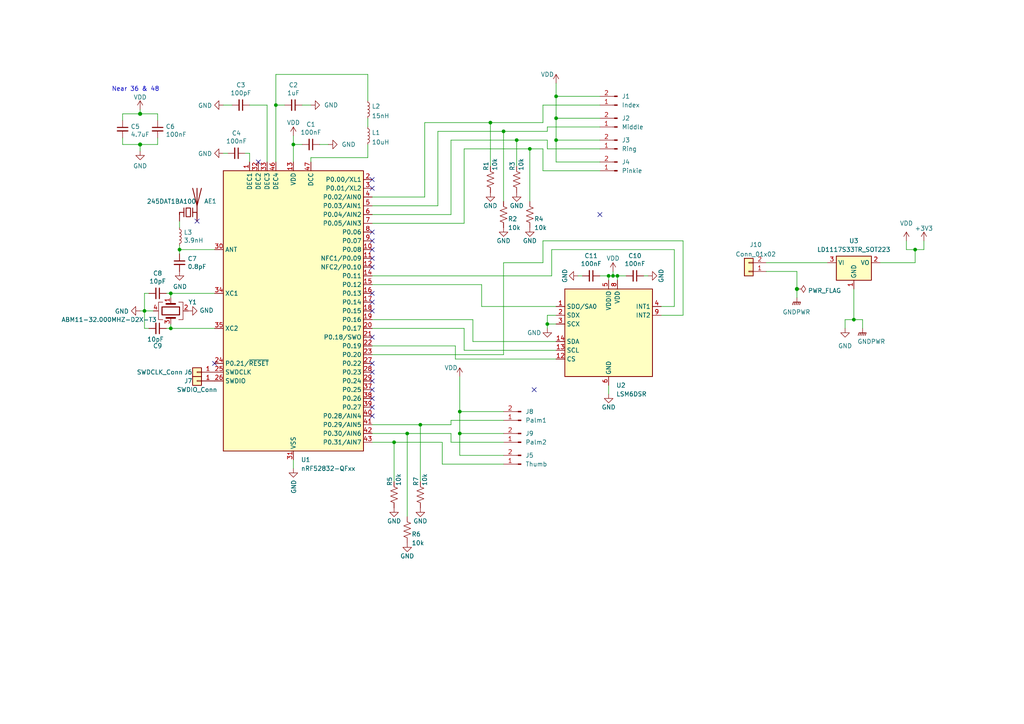
<source format=kicad_sch>
(kicad_sch (version 20230121) (generator eeschema)
  (paper "A4")
  (lib_symbols
    (symbol "Connector:Conn_01x02_Pin" (pin_names (offset 1.016) hide)
      (property "Reference" "J" (at 0 2.54 0))
      (property "Value" "Conn_01x02_Pin" (at 0 -5.08 0))
      (symbol "Conn_01x02_Pin_1_1"
        (polyline (pts (xy 1.27 -2.54) (xy 0.8636 -2.54)) (stroke (width 0.1524)))
        (polyline (pts (xy 1.27 0) (xy 0.8636 0)) (stroke (width 0.1524)))
        (rectangle (start 0.8636 -2.413) (end 0 -2.667) (stroke (width 0.1524)) (fill (type outline)))
        (rectangle (start 0.8636 0.127) (end 0 -0.127) (stroke (width 0.1524)) (fill (type outline)))
        (pin passive line (at 5.08 0 180) (length 3.81) (name "Pin_1") (number "1"))
        (pin passive line (at 5.08 -2.54 180) (length 3.81) (name "Pin_2") (number "2"))
      )
    )
    (symbol "Connector_Generic:Conn_01x01" (pin_names (offset 1.016) hide)
      (property "Reference" "J" (at 0 2.54 0))
      (property "Value" "Conn_01x01" (at 0 -2.54 0))
      (symbol "Conn_01x01_1_1"
        (rectangle (start -1.27 0.127) (end 0 -0.127) (stroke (width 0.1524)))
        (rectangle (start -1.27 1.27) (end 1.27 -1.27) (stroke (width 0.254)) (fill (type background)))
        (pin passive line (at -5.08 0 0) (length 3.81) (name "Pin_1") (number "1"))
      )
    )
    (symbol "Connector_Generic:Conn_01x02" (pin_names (offset 1.016) hide)
      (property "Reference" "J" (at 0 2.54 0))
      (property "Value" "Conn_01x02" (at 0 -5.08 0))
      (symbol "Conn_01x02_1_1"
        (rectangle (start -1.27 -2.413) (end 0 -2.667) (stroke (width 0.1524)))
        (rectangle (start -1.27 0.127) (end 0 -0.127) (stroke (width 0.1524)))
        (rectangle (start -1.27 1.27) (end 1.27 -3.81) (stroke (width 0.254)) (fill (type background)))
        (pin passive line (at -5.08 0 0) (length 3.81) (name "Pin_1") (number "1"))
        (pin passive line (at -5.08 -2.54 0) (length 3.81) (name "Pin_2") (number "2"))
      )
    )
    (symbol "Device:Antenna_Chip" (pin_numbers hide) (pin_names (offset 1.016) hide)
      (property "Reference" "AE" (at 0 5.08 0))
      (property "Value" "Antenna_Chip" (at 0 3.175 0))
      (symbol "Antenna_Chip_0_1"
        (polyline (pts (xy -2.54 0) (xy -2.54 -0.635)) (stroke (width 0.254)))
        (polyline (pts (xy -2.54 0) (xy -1.27 0)) (stroke (width 0.254)))
        (polyline (pts (xy 1.27 0) (xy 2.54 0)) (stroke (width 0.254)))
        (polyline (pts (xy 1.27 1.27) (xy 1.27 -1.27)) (stroke (width 0.254)))
        (polyline (pts (xy 2.54 -0.635) (xy 2.54 0)))
        (polyline (pts (xy 2.54 6.985) (xy 2.54 -1.905)) (stroke (width 0.254)))
        (polyline (pts (xy -1.27 1.27) (xy -1.27 -1.27) (xy -1.27 0)) (stroke (width 0.254)))
        (polyline (pts (xy 3.81 6.985) (xy 2.54 1.905) (xy 1.27 6.985)) (stroke (width 0.254)))
        (polyline (pts (xy -0.635 1.27) (xy 0.635 1.27) (xy 0.635 -1.27) (xy -0.635 -1.27) (xy -0.635 1.27)) (stroke (width 0.254)))
      )
      (symbol "Antenna_Chip_1_1"
        (pin input line (at -2.54 -2.54 90) (length 2.54) (name "FEED") (number "1"))
        (pin passive line (at 2.54 -2.54 90) (length 2.54) (name "PCB_Trace") (number "2"))
      )
    )
    (symbol "Device:C_Small" (pin_numbers hide) (pin_names (offset 0.254) hide)
      (property "Reference" "C" (at 0.254 1.778 0))
      (property "Value" "C_Small" (at 0.254 -2.032 0))
      (symbol "C_Small_0_1"
        (polyline (pts (xy -1.524 -0.508) (xy 1.524 -0.508)) (stroke (width 0.3302)))
        (polyline (pts (xy -1.524 0.508) (xy 1.524 0.508)) (stroke (width 0.3048)))
      )
      (symbol "C_Small_1_1"
        (pin passive line (at 0 2.54 270) (length 2.032) (name "~") (number "1"))
        (pin passive line (at 0 -2.54 90) (length 2.032) (name "~") (number "2"))
      )
    )
    (symbol "Device:Crystal_GND24" (pin_names (offset 1.016) hide)
      (property "Reference" "Y" (at 3.175 5.08 0))
      (property "Value" "Crystal_GND24" (at 3.175 3.175 0))
      (symbol "Crystal_GND24_0_1"
        (rectangle (start -1.143 2.54) (end 1.143 -2.54) (stroke (width 0.3048)))
        (polyline (pts (xy -2.54 0) (xy -2.032 0)))
        (polyline (pts (xy -2.032 -1.27) (xy -2.032 1.27)) (stroke (width 0.508)))
        (polyline (pts (xy 0 -3.81) (xy 0 -3.556)))
        (polyline (pts (xy 0 3.556) (xy 0 3.81)))
        (polyline (pts (xy 2.032 -1.27) (xy 2.032 1.27)) (stroke (width 0.508)))
        (polyline (pts (xy 2.032 0) (xy 2.54 0)))
        (polyline (pts (xy -2.54 -2.286) (xy -2.54 -3.556) (xy 2.54 -3.556) (xy 2.54 -2.286)))
        (polyline (pts (xy -2.54 2.286) (xy -2.54 3.556) (xy 2.54 3.556) (xy 2.54 2.286)))
      )
      (symbol "Crystal_GND24_1_1"
        (pin passive line (at -3.81 0 0) (length 1.27) (name "1") (number "1"))
        (pin passive line (at 0 5.08 270) (length 1.27) (name "2") (number "2"))
        (pin passive line (at 3.81 0 180) (length 1.27) (name "3") (number "3"))
        (pin passive line (at 0 -5.08 90) (length 1.27) (name "4") (number "4"))
      )
    )
    (symbol "Device:L_Small" (pin_numbers hide) (pin_names (offset 0.254) hide)
      (property "Reference" "L" (at 0.762 1.016 0))
      (property "Value" "L_Small" (at 0.762 -1.016 0))
      (symbol "L_Small_0_1"
        (arc (start 0 -2.032) (mid 0.5058 -1.524) (end 0 -1.016))
        (arc (start 0 -1.016) (mid 0.5058 -0.508) (end 0 0))
        (arc (start 0 0) (mid 0.5058 0.508) (end 0 1.016))
        (arc (start 0 1.016) (mid 0.5058 1.524) (end 0 2.032))
      )
      (symbol "L_Small_1_1"
        (pin passive line (at 0 2.54 270) (length 0.508) (name "~") (number "1"))
        (pin passive line (at 0 -2.54 90) (length 0.508) (name "~") (number "2"))
      )
    )
    (symbol "Device:R_US" (pin_numbers hide) (pin_names (offset 0))
      (property "Reference" "R" (at 2.54 0 90))
      (property "Value" "R_US" (at -2.54 0 90))
      (symbol "R_US_0_1"
        (polyline (pts (xy 0 -2.286) (xy 0 -2.54)))
        (polyline (pts (xy 0 2.286) (xy 0 2.54)))
        (polyline (pts (xy 0 -0.762) (xy 1.016 -1.143) (xy 0 -1.524) (xy -1.016 -1.905) (xy 0 -2.286)))
        (polyline (pts (xy 0 0.762) (xy 1.016 0.381) (xy 0 0) (xy -1.016 -0.381) (xy 0 -0.762)))
        (polyline (pts (xy 0 2.286) (xy 1.016 1.905) (xy 0 1.524) (xy -1.016 1.143) (xy 0 0.762)))
      )
      (symbol "R_US_1_1"
        (pin passive line (at 0 3.81 270) (length 1.27) (name "~") (number "1"))
        (pin passive line (at 0 -3.81 90) (length 1.27) (name "~") (number "2"))
      )
    )
    (symbol "MCU_Nordic:nRF52832-QFxx"
      (property "Reference" "U" (at 0 1.27 0))
      (property "Value" "nRF52832-QFxx" (at 0 -1.27 0))
      (symbol "nRF52832-QFxx_0_1"
        (rectangle (start -20.32 40.64) (end 20.32 -40.64) (stroke (width 0.254)) (fill (type background)))
      )
      (symbol "nRF52832-QFxx_1_1"
        (pin passive line (at -12.7 43.18 270) (length 2.54) (name "DEC1") (number "1"))
        (pin bidirectional line (at 22.86 17.78 180) (length 2.54) (name "P0.08") (number "10"))
        (pin bidirectional line (at 22.86 15.24 180) (length 2.54) (name "NFC1/P0.09") (number "11"))
        (pin bidirectional line (at 22.86 12.7 180) (length 2.54) (name "NFC2/P0.10") (number "12"))
        (pin power_in line (at 0 43.18 270) (length 2.54) (name "VDD") (number "13"))
        (pin bidirectional line (at 22.86 10.16 180) (length 2.54) (name "P0.11") (number "14"))
        (pin bidirectional line (at 22.86 7.62 180) (length 2.54) (name "P0.12") (number "15"))
        (pin bidirectional line (at 22.86 5.08 180) (length 2.54) (name "P0.13") (number "16"))
        (pin bidirectional line (at 22.86 2.54 180) (length 2.54) (name "P0.14") (number "17"))
        (pin bidirectional line (at 22.86 0 180) (length 2.54) (name "P0.15") (number "18"))
        (pin bidirectional line (at 22.86 -2.54 180) (length 2.54) (name "P0.16") (number "19"))
        (pin bidirectional line (at 22.86 38.1 180) (length 2.54) (name "P0.00/XL1") (number "2"))
        (pin bidirectional line (at 22.86 -5.08 180) (length 2.54) (name "P0.17") (number "20"))
        (pin bidirectional line (at 22.86 -7.62 180) (length 2.54) (name "P0.18/SWO") (number "21"))
        (pin bidirectional line (at 22.86 -10.16 180) (length 2.54) (name "P0.19") (number "22"))
        (pin bidirectional line (at 22.86 -12.7 180) (length 2.54) (name "P0.20") (number "23"))
        (pin bidirectional line (at -22.86 -15.24 0) (length 2.54) (name "P0.21/~{RESET}") (number "24"))
        (pin input line (at -22.86 -17.78 0) (length 2.54) (name "SWDCLK") (number "25"))
        (pin bidirectional line (at -22.86 -20.32 0) (length 2.54) (name "SWDIO") (number "26"))
        (pin bidirectional line (at 22.86 -15.24 180) (length 2.54) (name "P0.22") (number "27"))
        (pin bidirectional line (at 22.86 -17.78 180) (length 2.54) (name "P0.23") (number "28"))
        (pin bidirectional line (at 22.86 -20.32 180) (length 2.54) (name "P0.24") (number "29"))
        (pin bidirectional line (at 22.86 35.56 180) (length 2.54) (name "P0.01/XL2") (number "3"))
        (pin passive line (at -22.86 17.78 0) (length 2.54) (name "ANT") (number "30"))
        (pin power_in line (at 0 -43.18 90) (length 2.54) (name "VSS") (number "31"))
        (pin passive line (at -10.16 43.18 270) (length 2.54) (name "DEC2") (number "32"))
        (pin passive line (at -7.62 43.18 270) (length 2.54) (name "DEC3") (number "33"))
        (pin input line (at -22.86 5.08 0) (length 2.54) (name "XC1") (number "34"))
        (pin input line (at -22.86 -5.08 0) (length 2.54) (name "XC2") (number "35"))
        (pin passive line (at 0 43.18 270) (length 2.54) hide (name "VDD") (number "36"))
        (pin bidirectional line (at 22.86 -22.86 180) (length 2.54) (name "P0.25") (number "37"))
        (pin bidirectional line (at 22.86 -25.4 180) (length 2.54) (name "P0.26") (number "38"))
        (pin bidirectional line (at 22.86 -27.94 180) (length 2.54) (name "P0.27") (number "39"))
        (pin bidirectional line (at 22.86 33.02 180) (length 2.54) (name "P0.02/AIN0") (number "4"))
        (pin bidirectional line (at 22.86 -30.48 180) (length 2.54) (name "P0.28/AIN4") (number "40"))
        (pin bidirectional line (at 22.86 -33.02 180) (length 2.54) (name "P0.29/AIN5") (number "41"))
        (pin bidirectional line (at 22.86 -35.56 180) (length 2.54) (name "P0.30/AIN6") (number "42"))
        (pin bidirectional line (at 22.86 -38.1 180) (length 2.54) (name "P0.31/AIN7") (number "43"))
        (pin no_connect line (at -20.32 -30.48 0) (length 2.54) hide (name "NC") (number "44"))
        (pin passive line (at 0 -43.18 90) (length 2.54) hide (name "VSS") (number "45"))
        (pin passive line (at -5.08 43.18 270) (length 2.54) (name "DEC4") (number "46"))
        (pin power_out line (at 5.08 43.18 270) (length 2.54) (name "DCC") (number "47"))
        (pin passive line (at 0 43.18 270) (length 2.54) hide (name "VDD") (number "48"))
        (pin passive line (at 0 -43.18 90) (length 2.54) hide (name "VSS") (number "49"))
        (pin bidirectional line (at 22.86 30.48 180) (length 2.54) (name "P0.03/AIN1") (number "5"))
        (pin bidirectional line (at 22.86 27.94 180) (length 2.54) (name "P0.04/AIN2") (number "6"))
        (pin bidirectional line (at 22.86 25.4 180) (length 2.54) (name "P0.05/AIN3") (number "7"))
        (pin bidirectional line (at 22.86 22.86 180) (length 2.54) (name "P0.06") (number "8"))
        (pin bidirectional line (at 22.86 20.32 180) (length 2.54) (name "P0.07") (number "9"))
      )
    )
    (symbol "Regulator_Linear:LD1117S33TR_SOT223"
      (property "Reference" "U" (at -3.81 3.175 0))
      (property "Value" "LD1117S33TR_SOT223" (at 0 3.175 0))
      (symbol "LD1117S33TR_SOT223_0_1"
        (rectangle (start -5.08 -5.08) (end 5.08 1.905) (stroke (width 0.254)) (fill (type background)))
      )
      (symbol "LD1117S33TR_SOT223_1_1"
        (pin power_in line (at 0 -7.62 90) (length 2.54) (name "GND") (number "1"))
        (pin power_out line (at 7.62 0 180) (length 2.54) (name "VO") (number "2"))
        (pin power_in line (at -7.62 0 0) (length 2.54) (name "VI") (number "3"))
      )
    )
    (symbol "Sensor_Motion:LSM6DSL"
      (property "Reference" "U" (at -11.43 15.24 0))
      (property "Value" "LSM6DSL" (at -11.43 12.7 0))
      (symbol "LSM6DSL_0_1"
        (rectangle (start -12.7 12.7) (end 12.7 -12.7) (stroke (width 0.254)) (fill (type background)))
      )
      (symbol "LSM6DSL_1_1"
        (pin bidirectional line (at -15.24 7.62 0) (length 2.54) (name "SDO/SA0") (number "1"))
        (pin no_connect line (at 12.7 -5.08 180) (length 3.81) hide (name "NC") (number "10"))
        (pin no_connect line (at 12.7 -2.54 180) (length 3.81) hide (name "NC") (number "11"))
        (pin input line (at -15.24 -7.62 0) (length 2.54) (name "CS") (number "12"))
        (pin input line (at -15.24 -5.08 0) (length 2.54) (name "SCL") (number "13"))
        (pin bidirectional line (at -15.24 -2.54 0) (length 2.54) (name "SDA") (number "14"))
        (pin bidirectional line (at -15.24 5.08 0) (length 2.54) (name "SDX") (number "2"))
        (pin input line (at -15.24 2.54 0) (length 2.54) (name "SCX") (number "3"))
        (pin output line (at 15.24 7.62 180) (length 2.54) (name "INT1") (number "4"))
        (pin power_in line (at 0 15.24 270) (length 2.54) (name "VDDIO") (number "5"))
        (pin power_in line (at 0 -15.24 90) (length 2.54) (name "GND") (number "6"))
        (pin passive line (at 0 -15.24 90) (length 2.54) hide (name "GND") (number "7"))
        (pin power_in line (at 2.54 15.24 270) (length 2.54) (name "VDD") (number "8"))
        (pin output line (at 15.24 5.08 180) (length 2.54) (name "INT2") (number "9"))
      )
    )
    (symbol "power:+3V3" (power) (pin_names (offset 0))
      (property "Value" "+3V3" (at 0 3.556 0))
      (symbol "+3V3_0_1"
        (polyline (pts (xy -0.762 1.27) (xy 0 2.54)))
        (polyline (pts (xy 0 0) (xy 0 2.54)))
        (polyline (pts (xy 0 2.54) (xy 0.762 1.27)))
      )
      (symbol "+3V3_1_1"
        (pin power_in line (at 0 0 90) (length 0) hide (name "+3V3") (number "1"))
      )
    )
    (symbol "power:GND" (power) (pin_names (offset 0))
      (property "Value" "GND" (at 0 -3.81 0))
      (symbol "GND_0_1"
        (polyline (pts (xy 0 0) (xy 0 -1.27) (xy 1.27 -1.27) (xy 0 -2.54) (xy -1.27 -1.27) (xy 0 -1.27)))
      )
      (symbol "GND_1_1"
        (pin power_in line (at 0 0 270) (length 0) hide (name "GND") (number "1"))
      )
    )
    (symbol "power:GNDPWR" (power) (pin_names (offset 0))
      (property "Value" "GNDPWR" (at 0 -3.302 0))
      (symbol "GNDPWR_0_1"
        (polyline (pts (xy 0 -1.27) (xy 0 0)))
        (polyline (pts (xy -1.016 -1.27) (xy -1.27 -2.032) (xy -1.27 -2.032)) (stroke (width 0.2032)))
        (polyline (pts (xy -0.508 -1.27) (xy -0.762 -2.032) (xy -0.762 -2.032)) (stroke (width 0.2032)))
        (polyline (pts (xy 0 -1.27) (xy -0.254 -2.032) (xy -0.254 -2.032)) (stroke (width 0.2032)))
        (polyline (pts (xy 0.508 -1.27) (xy 0.254 -2.032) (xy 0.254 -2.032)) (stroke (width 0.2032)))
        (polyline (pts (xy 1.016 -1.27) (xy -1.016 -1.27) (xy -1.016 -1.27)) (stroke (width 0.2032)))
        (polyline (pts (xy 1.016 -1.27) (xy 0.762 -2.032) (xy 0.762 -2.032) (xy 0.762 -2.032)) (stroke (width 0.2032)))
      )
      (symbol "GNDPWR_1_1"
        (pin power_in line (at 0 0 270) (length 0) hide (name "GNDPWR") (number "1"))
      )
    )
    (symbol "power:PWR_FLAG" (power) (pin_numbers hide) (pin_names (offset 0) hide)
      (property "Value" "PWR_FLAG" (at 0 3.81 0))
      (symbol "PWR_FLAG_0_0"
        (pin power_out line (at 0 0 90) (length 0) (name "pwr") (number "1"))
      )
      (symbol "PWR_FLAG_0_1"
        (polyline (pts (xy 0 0) (xy 0 1.27) (xy -1.016 1.905) (xy 0 2.54) (xy 1.016 1.905) (xy 0 1.27)))
      )
    )
    (symbol "power:VDD" (power) (pin_names (offset 0))
      (property "Value" "VDD" (at 0 3.81 0))
      (symbol "VDD_0_1"
        (polyline (pts (xy -0.762 1.27) (xy 0 2.54)))
        (polyline (pts (xy 0 0) (xy 0 2.54)))
        (polyline (pts (xy 0 2.54) (xy 0.762 1.27)))
      )
      (symbol "VDD_1_1"
        (pin power_in line (at 0 0 90) (length 0) hide (name "VDD") (number "1"))
      )
    )
  )
  (junction (at 177.8 80.01))
  (junction (at 153.67 43.18))
  (junction (at 40.64 33.02) (diameter 1.016))
  (junction (at 133.35 125.73))
  (junction (at 49.53 85.09))
  (junction (at 49.53 95.25))
  (junction (at 118.11 125.73))
  (junction (at 114.3 128.27))
  (junction (at 41.91 90.17))
  (junction (at 121.92 123.19))
  (junction (at 142.24 35.56))
  (junction (at 146.05 38.1))
  (junction (at 179.07 80.01))
  (junction (at 161.29 40.64))
  (junction (at 231.14 83.82) (diameter 1.016))
  (junction (at 161.29 27.94))
  (junction (at 40.64 41.91) (diameter 1.016))
  (junction (at 133.35 119.38))
  (junction (at 158.75 93.98))
  (junction (at 161.29 34.29))
  (junction (at 247.65 92.71))
  (junction (at 149.86 40.64))
  (junction (at 265.43 72.39))
  (junction (at 52.07 72.39))
  (junction (at 176.53 80.01))
  (junction (at 80.01 30.48))
  (junction (at 85.09 41.91))
  (no_connect (at 107.95 105.41))
  (no_connect (at 107.95 113.03))
  (no_connect (at 173.99 62.23))
  (no_connect (at 107.95 67.31))
  (no_connect (at 107.95 74.93))
  (no_connect (at 107.95 118.11))
  (no_connect (at 107.95 120.65))
  (no_connect (at 154.94 113.03))
  (no_connect (at 74.93 46.99))
  (no_connect (at 107.95 97.79))
  (no_connect (at 107.95 69.85))
  (no_connect (at 107.95 77.47))
  (no_connect (at 107.95 115.57))
  (no_connect (at 57.15 64.135))
  (no_connect (at 107.95 52.07))
  (no_connect (at 107.95 54.61))
  (no_connect (at 107.95 87.63))
  (no_connect (at 107.95 85.09))
  (no_connect (at 107.95 72.39))
  (no_connect (at 107.95 110.49))
  (no_connect (at 62.23 105.41))
  (no_connect (at 107.95 107.95))
  (no_connect (at 107.95 90.17))
  (wire (pts (xy 146.05 128.27) (xy 130.81 128.27)))
  (wire (pts (xy 133.35 119.38) (xy 133.35 125.73)))
  (wire (pts (xy 64.77 44.45) (xy 66.04 44.45)))
  (wire (pts (xy 128.27 128.27) (xy 114.3 128.27)))
  (wire (pts (xy 62.23 85.09) (xy 49.53 85.09)))
  (wire (pts (xy 179.07 81.28) (xy 179.07 80.01)))
  (wire (pts (xy 146.05 132.08) (xy 133.35 132.08)))
  (wire (pts (xy 52.07 72.39) (xy 52.07 73.66)))
  (wire (pts (xy 40.64 90.17) (xy 41.91 90.17)))
  (wire (pts (xy 107.95 123.19) (xy 121.92 123.19)))
  (wire (pts (xy 80.01 21.59) (xy 80.01 30.48)))
  (wire (pts (xy 45.72 41.91) (xy 45.72 40.005)))
  (wire (pts (xy 85.09 41.91) (xy 85.09 46.99)))
  (wire (pts (xy 132.08 100.33) (xy 132.08 104.14)))
  (wire (pts (xy 157.48 35.56) (xy 157.48 30.48)))
  (wire (pts (xy 40.64 33.02) (xy 35.56 33.02)))
  (wire (pts (xy 130.81 123.19) (xy 130.81 121.92)))
  (wire (pts (xy 133.35 119.38) (xy 146.05 119.38)))
  (wire (pts (xy 146.05 134.62) (xy 128.27 134.62)))
  (wire (pts (xy 41.91 90.17) (xy 41.91 95.25)))
  (wire (pts (xy 161.29 40.64) (xy 161.29 46.99)))
  (wire (pts (xy 107.95 62.23) (xy 130.81 62.23)))
  (wire (pts (xy 133.35 109.22) (xy 133.35 119.38)))
  (wire (pts (xy 161.29 40.64) (xy 173.99 40.64)))
  (wire (pts (xy 133.35 125.73) (xy 146.05 125.73)))
  (wire (pts (xy 173.99 49.53) (xy 157.48 49.53)))
  (wire (pts (xy 245.11 95.25) (xy 245.11 92.71)))
  (wire (pts (xy 52.07 72.39) (xy 62.23 72.39)))
  (wire (pts (xy 123.19 35.56) (xy 142.24 35.56)))
  (wire (pts (xy 52.07 64.135) (xy 52.07 66.04)))
  (wire (pts (xy 265.43 72.39) (xy 262.89 72.39)))
  (wire (pts (xy 146.05 38.1) (xy 158.75 38.1)))
  (wire (pts (xy 127 38.1) (xy 146.05 38.1)))
  (wire (pts (xy 161.29 101.6) (xy 134.62 101.6)))
  (wire (pts (xy 146.05 76.2) (xy 146.05 102.87)))
  (wire (pts (xy 77.47 30.48) (xy 77.47 46.99)))
  (wire (pts (xy 106.68 34.29) (xy 106.68 36.83)))
  (wire (pts (xy 107.95 92.71) (xy 137.16 92.71)))
  (wire (pts (xy 40.64 41.91) (xy 45.72 41.91)))
  (wire (pts (xy 62.23 95.25) (xy 49.53 95.25)))
  (wire (pts (xy 35.56 41.91) (xy 35.56 40.005)))
  (wire (pts (xy 158.75 93.98) (xy 158.75 91.44)))
  (wire (pts (xy 160.02 80.01) (xy 160.02 72.39)))
  (wire (pts (xy 106.68 41.91) (xy 106.68 45.72)))
  (wire (pts (xy 134.62 64.77) (xy 134.62 43.18)))
  (wire (pts (xy 176.53 111.76) (xy 176.53 114.3)))
  (wire (pts (xy 142.24 35.56) (xy 142.24 48.26)))
  (wire (pts (xy 160.02 72.39) (xy 195.58 72.39)))
  (wire (pts (xy 90.17 45.72) (xy 106.68 45.72)))
  (wire (pts (xy 167.64 80.01) (xy 168.91 80.01)))
  (wire (pts (xy 262.89 72.39) (xy 262.89 69.85)))
  (wire (pts (xy 173.99 80.01) (xy 176.53 80.01)))
  (wire (pts (xy 71.12 44.45) (xy 72.39 44.45)))
  (wire (pts (xy 158.75 93.98) (xy 161.29 93.98)))
  (wire (pts (xy 231.14 78.74) (xy 222.25 78.74)))
  (wire (pts (xy 177.8 78.74) (xy 177.8 80.01)))
  (wire (pts (xy 134.62 95.25) (xy 134.62 101.6)))
  (wire (pts (xy 177.8 80.01) (xy 176.53 80.01)))
  (wire (pts (xy 107.95 82.55) (xy 139.7 82.55)))
  (wire (pts (xy 107.95 100.33) (xy 132.08 100.33)))
  (wire (pts (xy 146.05 38.1) (xy 146.05 58.42)))
  (wire (pts (xy 161.29 27.94) (xy 161.29 34.29)))
  (wire (pts (xy 121.92 123.19) (xy 130.81 123.19)))
  (wire (pts (xy 41.91 90.17) (xy 44.45 90.17)))
  (wire (pts (xy 161.29 104.14) (xy 132.08 104.14)))
  (wire (pts (xy 123.19 57.15) (xy 123.19 35.56)))
  (wire (pts (xy 106.68 21.59) (xy 80.01 21.59)))
  (wire (pts (xy 52.07 71.12) (xy 52.07 72.39)))
  (wire (pts (xy 40.64 33.02) (xy 45.72 33.02)))
  (wire (pts (xy 35.56 33.02) (xy 35.56 34.925)))
  (wire (pts (xy 128.27 134.62) (xy 128.27 128.27)))
  (wire (pts (xy 43.18 85.09) (xy 41.91 85.09)))
  (wire (pts (xy 149.86 40.64) (xy 149.86 48.26)))
  (wire (pts (xy 161.29 46.99) (xy 173.99 46.99)))
  (wire (pts (xy 40.64 41.91) (xy 35.56 41.91)))
  (wire (pts (xy 118.11 125.73) (xy 118.11 149.86)))
  (wire (pts (xy 153.67 43.18) (xy 157.48 43.18)))
  (wire (pts (xy 198.12 91.44) (xy 198.12 69.85)))
  (wire (pts (xy 87.63 30.48) (xy 90.17 30.48)))
  (wire (pts (xy 72.39 30.48) (xy 77.47 30.48)))
  (wire (pts (xy 157.48 69.85) (xy 157.48 76.2)))
  (wire (pts (xy 40.64 43.815) (xy 40.64 41.91)))
  (wire (pts (xy 222.25 76.2) (xy 240.03 76.2)))
  (wire (pts (xy 157.48 76.2) (xy 146.05 76.2)))
  (wire (pts (xy 158.75 95.25) (xy 158.75 93.98)))
  (wire (pts (xy 265.43 76.2) (xy 265.43 72.39)))
  (wire (pts (xy 40.64 31.75) (xy 40.64 33.02)))
  (wire (pts (xy 179.07 80.01) (xy 177.8 80.01)))
  (wire (pts (xy 267.97 69.85) (xy 267.97 72.39)))
  (wire (pts (xy 107.95 80.01) (xy 160.02 80.01)))
  (wire (pts (xy 153.67 43.18) (xy 153.67 58.42)))
  (wire (pts (xy 64.77 30.48) (xy 67.31 30.48)))
  (wire (pts (xy 158.75 40.64) (xy 158.75 43.18)))
  (wire (pts (xy 195.58 88.9) (xy 195.58 72.39)))
  (wire (pts (xy 92.71 41.91) (xy 95.25 41.91)))
  (wire (pts (xy 191.77 88.9) (xy 195.58 88.9)))
  (wire (pts (xy 127 59.69) (xy 127 38.1)))
  (wire (pts (xy 157.48 69.85) (xy 198.12 69.85)))
  (wire (pts (xy 48.26 85.09) (xy 49.53 85.09)))
  (wire (pts (xy 114.3 128.27) (xy 114.3 139.7)))
  (wire (pts (xy 130.81 121.92) (xy 146.05 121.92)))
  (wire (pts (xy 107.95 95.25) (xy 134.62 95.25)))
  (wire (pts (xy 179.07 80.01) (xy 181.61 80.01)))
  (wire (pts (xy 82.55 30.48) (xy 80.01 30.48)))
  (wire (pts (xy 255.27 76.2) (xy 265.43 76.2)))
  (wire (pts (xy 130.81 40.64) (xy 149.86 40.64)))
  (wire (pts (xy 245.11 92.71) (xy 247.65 92.71)))
  (wire (pts (xy 80.01 30.48) (xy 80.01 46.99)))
  (wire (pts (xy 173.99 30.48) (xy 157.48 30.48)))
  (wire (pts (xy 72.39 44.45) (xy 72.39 46.99)))
  (wire (pts (xy 134.62 43.18) (xy 153.67 43.18)))
  (wire (pts (xy 142.24 35.56) (xy 157.48 35.56)))
  (wire (pts (xy 247.65 83.82) (xy 247.65 92.71)))
  (wire (pts (xy 250.19 92.71) (xy 250.19 95.25)))
  (wire (pts (xy 173.99 43.18) (xy 158.75 43.18)))
  (wire (pts (xy 106.68 29.21) (xy 106.68 21.59)))
  (wire (pts (xy 161.29 27.94) (xy 173.99 27.94)))
  (wire (pts (xy 49.53 85.09) (xy 49.53 86.36)))
  (wire (pts (xy 118.11 125.73) (xy 130.81 125.73)))
  (wire (pts (xy 107.95 102.87) (xy 146.05 102.87)))
  (wire (pts (xy 130.81 125.73) (xy 130.81 128.27)))
  (wire (pts (xy 45.72 33.02) (xy 45.72 34.925)))
  (wire (pts (xy 49.53 95.25) (xy 49.53 93.98)))
  (wire (pts (xy 161.29 88.9) (xy 139.7 88.9)))
  (wire (pts (xy 158.75 36.83) (xy 173.99 36.83)))
  (wire (pts (xy 231.14 83.82) (xy 231.14 78.74)))
  (wire (pts (xy 158.75 38.1) (xy 158.75 36.83)))
  (wire (pts (xy 114.3 128.27) (xy 107.95 128.27)))
  (wire (pts (xy 161.29 99.06) (xy 137.16 99.06)))
  (wire (pts (xy 48.26 95.25) (xy 49.53 95.25)))
  (wire (pts (xy 149.86 40.64) (xy 158.75 40.64)))
  (wire (pts (xy 85.09 39.37) (xy 85.09 41.91)))
  (wire (pts (xy 137.16 92.71) (xy 137.16 99.06)))
  (wire (pts (xy 186.69 80.01) (xy 187.96 80.01)))
  (wire (pts (xy 85.09 41.91) (xy 87.63 41.91)))
  (wire (pts (xy 139.7 82.55) (xy 139.7 88.9)))
  (wire (pts (xy 107.95 64.77) (xy 134.62 64.77)))
  (wire (pts (xy 161.29 34.29) (xy 161.29 40.64)))
  (wire (pts (xy 107.95 59.69) (xy 127 59.69)))
  (wire (pts (xy 176.53 80.01) (xy 176.53 81.28)))
  (wire (pts (xy 161.29 34.29) (xy 173.99 34.29)))
  (wire (pts (xy 107.95 125.73) (xy 118.11 125.73)))
  (wire (pts (xy 231.14 86.36) (xy 231.14 83.82)))
  (wire (pts (xy 161.29 24.13) (xy 161.29 27.94)))
  (wire (pts (xy 41.91 95.25) (xy 43.18 95.25)))
  (wire (pts (xy 158.75 91.44) (xy 161.29 91.44)))
  (wire (pts (xy 133.35 132.08) (xy 133.35 125.73)))
  (wire (pts (xy 191.77 91.44) (xy 198.12 91.44)))
  (wire (pts (xy 107.95 57.15) (xy 123.19 57.15)))
  (wire (pts (xy 247.65 92.71) (xy 250.19 92.71)))
  (wire (pts (xy 130.81 62.23) (xy 130.81 40.64)))
  (wire (pts (xy 41.91 85.09) (xy 41.91 90.17)))
  (wire (pts (xy 157.48 43.18) (xy 157.48 49.53)))
  (wire (pts (xy 267.97 72.39) (xy 265.43 72.39)))
  (wire (pts (xy 85.09 133.35) (xy 85.09 135.89)))
  (wire (pts (xy 121.92 123.19) (xy 121.92 139.7)))
  (wire (pts (xy 90.17 46.99) (xy 90.17 45.72)))
  (text "Near 36 & 48\n" (at 32.385 26.67 0) (effects (font (size 1.27 1.27)) (justify left bottom)))
  (symbol (lib_id "power:GND") (at 153.67 66.04 0) (unit 1)
    (property "Reference" "#PWR05" (effects hide))
    (property "Value" "GND" (at 153.67 69.85 0))
  )
  (symbol (lib_id "Connector:Conn_01x02_Pin") (at 179.07 36.83 180) (unit 1)
    (property "Reference" "J2" (at 180.34 34.29 0) (effects (justify right)))
    (property "Value" "Middle" (at 180.34 36.83 0) (effects (justify right)))
    (property "Footprint" "Connector_Wire:SolderWire-0.1sqmm_1x02_P3.6mm_D0.4mm_OD1mm" (effects hide))
  )
  (symbol (lib_id "power:GND") (at 187.96 80.01 90) (unit 1)
    (property "Reference" "#PWR024" (effects hide))
    (property "Value" "GND" (at 191.77 80.01 0))
  )
  (symbol (lib_id "power:GND") (at 142.24 55.88 0) (unit 1)
    (property "Reference" "#PWR01" (effects hide))
    (property "Value" "GND" (at 142.24 59.69 0))
  )
  (symbol (lib_id "power:GND") (at 176.53 114.3 0) (unit 1)
    (property "Reference" "#PWR09" (effects hide))
    (property "Value" "GND" (at 176.53 118.11 0))
  )
  (symbol (lib_id "Connector:Conn_01x02_Pin") (at 179.07 49.53 180) (unit 1)
    (property "Reference" "J4" (at 180.34 46.99 0) (effects (justify right)))
    (property "Value" "Pinkie" (at 180.34 49.53 0) (effects (justify right)))
    (property "Footprint" "Connector_Wire:SolderWire-0.1sqmm_1x02_P3.6mm_D0.4mm_OD1mm" (effects hide))
  )
  (symbol (lib_id "Device:C_Small") (at 45.72 95.25 270) (unit 1)
    (property "Reference" "C9" (at 45.72 100.33 90))
    (property "Value" "10pF" (at 45.085 98.425 90))
    (property "Footprint" "Capacitor_SMD:C_0402_1005Metric" (effects hide))
    (property "Mouser Link" "https://www.mouser.com/ProductDetail/Murata-Electronics/GCQ1555C1H100RB01D?qs=0lQeLiL1qyaooh1%2FvI7jzg%3D%3D" (effects hide))
  )
  (symbol (lib_id "power:GND") (at 167.64 80.01 270) (unit 1)
    (property "Reference" "#PWR025" (effects hide))
    (property "Value" "GND" (at 163.83 80.01 0))
  )
  (symbol (lib_id "MCU_Nordic:nRF52832-QFxx") (at 85.09 90.17 0) (unit 1)
    (property "Reference" "U1" (at 87.2841 133.35 0) (effects (justify left)))
    (property "Value" "nRF52832-QFxx" (at 87.2841 135.89 0) (effects (justify left)))
    (property "Footprint" "Package_DFN_QFN:QFN-48-1EP_6x6mm_P0.4mm_EP4.6x4.6mm" (effects hide))
    (property "Datasheet" "http://infocenter.nordicsemi.com/pdf/nRF52832_PS_v1.4.pdf" (effects hide))
  )
  (symbol (lib_id "power:GND") (at 90.17 30.48 90) (unit 1)
    (property "Reference" "#PWR013" (effects hide))
    (property "Value" "GND" (at 93.98 30.48 90) (effects (justify right)))
  )
  (symbol (lib_id "power:GND") (at 121.92 147.32 0) (unit 1)
    (property "Reference" "#PWR08" (effects hide))
    (property "Value" "GND" (at 121.92 151.13 0))
  )
  (symbol (lib_id "power:GND") (at 85.09 135.89 0) (unit 1)
    (property "Reference" "#PWR021" (effects hide))
    (property "Value" "GND" (at 85.217 139.1412 90) (effects (justify right)))
  )
  (symbol (lib_id "power:VDD") (at 177.8 78.74 0) (unit 1)
    (property "Reference" "#PWR022" (effects hide))
    (property "Value" "VDD" (at 177.8 74.93 0))
  )
  (symbol (lib_id "power:GND") (at 149.86 55.88 0) (unit 1)
    (property "Reference" "#PWR03" (effects hide))
    (property "Value" "GND" (at 149.86 59.69 0))
  )
  (symbol (lib_id "Device:R_US") (at 114.3 143.51 0) (unit 1)
    (property "Reference" "R5" (at 113.03 140.97 90) (effects (justify left)))
    (property "Value" "10k" (at 115.57 140.97 90) (effects (justify left)))
    (property "Footprint" "Resistor_SMD:R_0402_1005Metric_Pad0.72x0.64mm_HandSolder" (effects hide))
  )
  (symbol (lib_id "Regulator_Linear:LD1117S33TR_SOT223") (at 247.65 76.2 0) (unit 1)
    (property "Reference" "U3" (at 247.65 69.85 0))
    (property "Value" "LD1117S33TR_SOT223" (at 247.65 72.39 0))
    (property "Footprint" "Package_TO_SOT_SMD:SOT-223-3_TabPin2" (effects hide))
    (property "Datasheet" "http://www.st.com/st-web-ui/static/active/en/resource/technical/document/datasheet/CD00000544.pdf" (effects hide))
  )
  (symbol (lib_id "Connector_Generic:Conn_01x01") (at 57.15 110.49 180) (unit 1)
    (property "Reference" "J7" (at 54.61 110.49 0))
    (property "Value" "SWDIO_Conn" (at 57.15 113.03 0))
    (property "Footprint" "Connector_Wire:SolderWirePad_1x01_SMD_1x2mm" (effects hide))
  )
  (symbol (lib_id "Device:C_Small") (at 184.15 80.01 270) (unit 1)
    (property "Reference" "C10" (at 184.15 74.1934 90))
    (property "Value" "100nF" (at 184.15 76.5048 90))
    (property "Footprint" "Capacitor_SMD:C_0402_1005Metric" (effects hide))
    (property "Mouser Link" "https://www.mouser.com/ProductDetail/Murata-Electronics/GRM155R71E104KE14J?qs=hNud%2FORuBR2EQtvG2InwAQ%3D%3D" (effects hide))
  )
  (symbol (lib_id "power:GND") (at 40.64 90.17 270) (unit 1)
    (property "Reference" "#PWR019" (effects hide))
    (property "Value" "GND" (at 37.3888 90.297 90) (effects (justify right)))
  )
  (symbol (lib_id "power:GND") (at 40.64 43.815 0) (unit 1)
    (property "Reference" "#PWR017" (effects hide))
    (property "Value" "GND" (at 40.64 48.1394 0))
  )
  (symbol (lib_id "Device:L_Small") (at 106.68 31.75 0) (unit 1)
    (property "Reference" "L2" (at 107.8231 30.8415 0) (effects (justify left)))
    (property "Value" "15nH" (at 107.8231 33.6166 0) (effects (justify left)))
    (property "Footprint" "Inductor_SMD:L_0402_1005Metric" (effects hide))
  )
  (symbol (lib_id "power:GND") (at 95.25 41.91 90) (unit 1)
    (property "Reference" "#PWR012" (effects hide))
    (property "Value" "GND" (at 99.06 41.91 90) (effects (justify right)))
  )
  (symbol (lib_id "power:GND") (at 114.3 147.32 0) (unit 1)
    (property "Reference" "#PWR06" (effects hide))
    (property "Value" "GND" (at 114.3 151.13 0))
  )
  (symbol (lib_id "Connector:Conn_01x02_Pin") (at 151.13 128.27 180) (unit 1)
    (property "Reference" "J9" (at 152.4 125.73 0) (effects (justify right)))
    (property "Value" "Palm2" (at 152.4 128.27 0) (effects (justify right)))
    (property "Footprint" "Connector_Wire:SolderWire-0.1sqmm_1x02_P3.6mm_D0.4mm_OD1mm" (effects hide))
  )
  (symbol (lib_id "Sensor_Motion:LSM6DSL") (at 176.53 96.52 0) (unit 1)
    (property "Reference" "U2" (at 178.7241 111.76 0) (effects (justify left)))
    (property "Value" "LSM6DSR" (at 178.7241 114.3 0) (effects (justify left)))
    (property "Footprint" "Package_LGA:LGA-14_3x2.5mm_P0.5mm_LayoutBorder3x4y" (effects hide))
    (property "Datasheet" "https://www.st.com/resource/en/datasheet/lsm6dsl.pdf" (effects hide))
  )
  (symbol (lib_id "power:VDD") (at 262.89 69.85 0) (unit 1)
    (property "Reference" "#PWR028" (effects hide))
    (property "Value" "VDD" (at 262.89 64.77 0))
  )
  (symbol (lib_id "Connector:Conn_01x02_Pin") (at 151.13 121.92 180) (unit 1)
    (property "Reference" "J8" (at 152.4 119.38 0) (effects (justify right)))
    (property "Value" "Palm1" (at 152.4 121.92 0) (effects (justify right)))
    (property "Footprint" "Connector_Wire:SolderWire-0.1sqmm_1x02_P3.6mm_D0.4mm_OD1mm" (effects hide))
  )
  (symbol (lib_id "Device:C_Small") (at 85.09 30.48 270) (unit 1)
    (property "Reference" "C2" (at 85.09 24.6634 90))
    (property "Value" "1uF" (at 85.09 26.9748 90))
    (property "Footprint" "Capacitor_SMD:C_0402_1005Metric" (effects hide))
    (property "Mouser Link" "https://www.mouser.com/ProductDetail/Murata-Electronics/GCM1555C1H101GA16D?qs=fEfwVk9xzGJRJaoOk5iWCA%3D%3D" (effects hide))
  )
  (symbol (lib_id "power:GND") (at 52.07 78.74 0) (unit 1)
    (property "Reference" "#PWR018" (effects hide))
    (property "Value" "GND" (at 52.197 83.1342 0))
  )
  (symbol (lib_id "Device:C_Small") (at 45.72 37.465 0) (unit 1)
    (property "Reference" "C6" (at 48.0442 36.7041 0) (effects (justify left)))
    (property "Value" "100nF" (at 48.0442 39.0028 0) (effects (justify left)))
    (property "Footprint" "Capacitor_SMD:C_0402_1005Metric" (effects hide))
  )
  (symbol (lib_id "Device:R_US") (at 118.11 153.67 0) (unit 1)
    (property "Reference" "R6" (at 119.38 154.94 0) (effects (justify left)))
    (property "Value" "10k" (at 119.38 157.48 0) (effects (justify left)))
    (property "Footprint" "Resistor_SMD:R_0402_1005Metric_Pad0.72x0.64mm_HandSolder" (effects hide))
  )
  (symbol (lib_id "Device:C_Small") (at 45.72 85.09 270) (unit 1)
    (property "Reference" "C8" (at 45.72 79.2734 90))
    (property "Value" "10pF" (at 45.72 81.5848 90))
    (property "Footprint" "Capacitor_SMD:C_0402_1005Metric" (effects hide))
    (property "Mouser Link" "https://www.mouser.com/ProductDetail/Murata-Electronics/GCQ1555C1H100RB01D?qs=0lQeLiL1qyaooh1%2FvI7jzg%3D%3D" (effects hide))
  )
  (symbol (lib_id "Connector:Conn_01x02_Pin") (at 179.07 30.48 180) (unit 1)
    (property "Reference" "J1" (at 180.34 27.94 0) (effects (justify right)))
    (property "Value" "Index" (at 180.34 30.48 0) (effects (justify right)))
    (property "Footprint" "Connector_Wire:SolderWire-0.1sqmm_1x02_P3.6mm_D0.4mm_OD1mm" (effects hide))
  )
  (symbol (lib_id "power:VDD") (at 85.09 39.37 0) (unit 1)
    (property "Reference" "#PWR011" (effects hide))
    (property "Value" "VDD" (at 85.09 35.56 0))
  )
  (symbol (lib_id "power:GND") (at 158.75 95.25 0) (unit 1)
    (property "Reference" "#PWR023" (effects hide))
    (property "Value" "GND" (at 154.94 96.52 0))
  )
  (symbol (lib_id "power:GNDPWR") (at 250.19 95.25 0) (unit 1)
    (property "Reference" "#PWR031" (effects hide))
    (property "Value" "GNDPWR" (at 252.73 99.06 0))
  )
  (symbol (lib_id "Connector:Conn_01x02_Pin") (at 179.07 43.18 180) (unit 1)
    (property "Reference" "J3" (at 180.34 40.64 0) (effects (justify right)))
    (property "Value" "Ring" (at 180.34 43.18 0) (effects (justify right)))
    (property "Footprint" "Connector_Wire:SolderWire-0.1sqmm_1x02_P3.6mm_D0.4mm_OD1mm" (effects hide))
  )
  (symbol (lib_id "power:GND") (at 64.77 30.48 270) (unit 1)
    (property "Reference" "#PWR014" (effects hide))
    (property "Value" "GND" (at 61.5188 30.607 90) (effects (justify right)))
  )
  (symbol (lib_id "power:GND") (at 146.05 66.04 0) (unit 1)
    (property "Reference" "#PWR04" (effects hide))
    (property "Value" "GND" (at 146.05 69.85 0))
  )
  (symbol (lib_id "Device:R_US") (at 153.67 62.23 0) (unit 1)
    (property "Reference" "R4" (at 154.94 63.5 0) (effects (justify left)))
    (property "Value" "10k" (at 154.94 66.04 0) (effects (justify left)))
    (property "Footprint" "Resistor_SMD:R_0402_1005Metric_Pad0.72x0.64mm_HandSolder" (effects hide))
  )
  (symbol (lib_id "Device:Crystal_GND24") (at 49.53 90.17 270) (unit 1)
    (property "Reference" "Y1" (at 54.61 87.63 90) (effects (justify left)))
    (property "Value" "ABM11-32.000MHZ-D2X-T3" (at 17.78 92.71 90) (effects (justify left)))
    (property "Footprint" "Crystal:Crystal_SMD_Abracon_ABM10-4Pin_2.5x2.0mm" (effects hide))
    (property "Mouser Link" "https://www.mouser.com/ProductDetail/ABRACON/ABM11-32000MHZ-D2X-T3?qs=%2Fha2pyFadujMu1K2hdv65fmZOqKNeHMs6OSEXpSF7F7zlDQ4ltVd6J%252BtSWiLZbVb" (effects hide))
  )
  (symbol (lib_id "Device:L_Small") (at 52.07 68.58 0) (unit 1)
    (property "Reference" "L3" (at 53.2892 67.4116 0) (effects (justify left)))
    (property "Value" "3.9nH" (at 53.2892 69.723 0) (effects (justify left)))
    (property "Footprint" "Inductor_SMD:L_0402_1005Metric" (effects hide))
    (property "Mouser Link" "https://www.mouser.com/ProductDetail/Vishay-Dale/ILC0402ER3N9S?qs=cmND3fj6fzPgqBikJAr1iw%3D%3D" (effects hide))
  )
  (symbol (lib_id "Connector_Generic:Conn_01x01") (at 57.15 107.95 180) (unit 1)
    (property "Reference" "J6" (at 54.61 107.95 0))
    (property "Value" "SWDCLK_Conn" (at 46.355 107.95 0))
    (property "Footprint" "Connector_Wire:SolderWirePad_1x01_SMD_1x2mm" (effects hide))
  )
  (symbol (lib_id "Device:C_Small") (at 90.17 41.91 270) (unit 1)
    (property "Reference" "C1" (at 90.17 36.0934 90))
    (property "Value" "100nF" (at 90.17 38.4048 90))
    (property "Footprint" "Capacitor_SMD:C_0402_1005Metric" (effects hide))
    (property "Mouser Link" "https://www.mouser.com/ProductDetail/Murata-Electronics/GRM155R71E104KE14J?qs=hNud%2FORuBR2EQtvG2InwAQ%3D%3D" (effects hide))
  )
  (symbol (lib_id "Connector:Conn_01x02_Pin") (at 151.13 134.62 180) (unit 1)
    (property "Reference" "J5" (at 152.4 132.08 0) (effects (justify right)))
    (property "Value" "Thumb" (at 152.4 134.62 0) (effects (justify right)))
    (property "Footprint" "Connector_Wire:SolderWire-0.1sqmm_1x02_P3.6mm_D0.4mm_OD1mm" (effects hide))
  )
  (symbol (lib_id "Device:R_US") (at 149.86 52.07 0) (unit 1)
    (property "Reference" "R3" (at 148.59 49.53 90) (effects (justify left)))
    (property "Value" "10k" (at 151.13 49.53 90) (effects (justify left)))
    (property "Footprint" "Resistor_SMD:R_0402_1005Metric_Pad0.72x0.64mm_HandSolder" (effects hide))
  )
  (symbol (lib_id "Device:R_US") (at 142.24 52.07 0) (unit 1)
    (property "Reference" "R1" (at 140.97 49.53 90) (effects (justify left)))
    (property "Value" "10k" (at 143.51 49.53 90) (effects (justify left)))
    (property "Footprint" "Resistor_SMD:R_0402_1005Metric_Pad0.72x0.64mm_HandSolder" (effects hide))
  )
  (symbol (lib_id "Device:C_Small") (at 171.45 80.01 270) (unit 1)
    (property "Reference" "C11" (at 171.45 74.1934 90))
    (property "Value" "100nF" (at 171.45 76.5048 90))
    (property "Footprint" "Capacitor_SMD:C_0402_1005Metric" (effects hide))
    (property "Mouser Link" "https://www.mouser.com/ProductDetail/Murata-Electronics/GRM155R71E104KE14J?qs=hNud%2FORuBR2EQtvG2InwAQ%3D%3D" (effects hide))
  )
  (symbol (lib_id "Device:R_US") (at 121.92 143.51 0) (unit 1)
    (property "Reference" "R7" (at 120.65 140.97 90) (effects (justify left)))
    (property "Value" "10k" (at 123.19 140.97 90) (effects (justify left)))
    (property "Footprint" "Resistor_SMD:R_0402_1005Metric_Pad0.72x0.64mm_HandSolder" (effects hide))
  )
  (symbol (lib_id "power:VDD") (at 40.64 31.75 0) (unit 1)
    (property "Reference" "#PWR016" (effects hide))
    (property "Value" "VDD" (at 40.64 28.2026 0))
  )
  (symbol (lib_id "Device:L_Small") (at 106.68 39.37 0) (unit 1)
    (property "Reference" "L1" (at 107.8231 38.4615 0) (effects (justify left)))
    (property "Value" "10uH" (at 107.8231 41.2366 0) (effects (justify left)))
    (property "Footprint" "Inductor_SMD:L_0603_1608Metric" (effects hide))
  )
  (symbol (lib_id "Device:Antenna_Chip") (at 54.61 61.595 0) (unit 1)
    (property "Reference" "AE1" (at 59.182 58.3692 0) (effects (justify left)))
    (property "Value" "245DAT1BA100" (at 42.545 58.42 0) (effects (justify left)))
    (property "Footprint" "RF_Antenna:Johanson_2450AT18x100" (effects hide))
    (property "Mouser Link" "n/a" (effects hide))
  )
  (symbol (lib_id "power:GND") (at 245.11 95.25 0) (unit 1)
    (property "Reference" "#PWR030" (effects hide))
    (property "Value" "GND" (at 245.11 100.33 0))
  )
  (symbol (lib_id "power:+3V3") (at 267.97 69.85 0) (unit 1)
    (property "Reference" "#PWR029" (effects hide))
    (property "Value" "+3V3" (at 267.97 66.2454 0))
  )
  (symbol (lib_id "Device:C_Small") (at 35.56 37.465 0) (unit 1)
    (property "Reference" "C5" (at 37.8842 36.7041 0) (effects (justify left)))
    (property "Value" "4.7uF" (at 37.8842 39.0028 0) (effects (justify left)))
    (property "Footprint" "Capacitor_SMD:C_0402_1005Metric" (effects hide))
  )
  (symbol (lib_id "power:PWR_FLAG") (at 231.14 83.82 270) (unit 1)
    (property "Reference" "#FLG02" (effects hide))
    (property "Value" "PWR_FLAG" (at 234.3151 84.299 90) (effects (justify left)))
  )
  (symbol (lib_id "power:GND") (at 118.11 157.48 0) (unit 1)
    (property "Reference" "#PWR07" (effects hide))
    (property "Value" "GND" (at 118.11 161.29 0))
  )
  (symbol (lib_id "power:GNDPWR") (at 231.14 86.36 0) (unit 1)
    (property "Reference" "#PWR027" (effects hide))
    (property "Value" "GNDPWR" (at 231.013 90.5162 0))
  )
  (symbol (lib_id "power:GND") (at 54.61 90.17 90) (unit 1)
    (property "Reference" "#PWR020" (effects hide))
    (property "Value" "GND" (at 57.8612 90.043 90) (effects (justify right)))
  )
  (symbol (lib_id "power:VDD") (at 133.35 109.22 0) (unit 1)
    (property "Reference" "#PWR010" (effects hide))
    (property "Value" "VDD" (at 130.81 106.68 0))
  )
  (symbol (lib_id "power:GND") (at 64.77 44.45 270) (unit 1)
    (property "Reference" "#PWR015" (effects hide))
    (property "Value" "GND" (at 61.5188 44.577 90) (effects (justify right)))
  )
  (symbol (lib_id "Device:R_US") (at 146.05 62.23 0) (unit 1)
    (property "Reference" "R2" (at 147.32 63.5 0) (effects (justify left)))
    (property "Value" "10k" (at 147.32 66.04 0) (effects (justify left)))
    (property "Footprint" "Resistor_SMD:R_0402_1005Metric_Pad0.72x0.64mm_HandSolder" (effects hide))
  )
  (symbol (lib_id "Device:C_Small") (at 52.07 76.2 0) (unit 1)
    (property "Reference" "C7" (at 54.4068 75.0316 0) (effects (justify left)))
    (property "Value" "0.8pF" (at 54.4068 77.343 0) (effects (justify left)))
    (property "Footprint" "Capacitor_SMD:C_0402_1005Metric" (effects hide))
    (property "Mouser Link" "https://www.mouser.com/ProductDetail/Murata-Electronics/GCM1555C1HR80WA16D?qs=QzBtWTOodeVyz0LjRSj%252BHA%3D%3D" (effects hide))
  )
  (symbol (lib_id "Device:C_Small") (at 69.85 30.48 270) (unit 1)
    (property "Reference" "C3" (at 69.85 24.6634 90))
    (property "Value" "100pF" (at 69.85 26.9748 90))
    (property "Footprint" "Capacitor_SMD:C_0402_1005Metric" (effects hide))
    (property "Mouser Link" "https://www.mouser.com/ProductDetail/Murata-Electronics/GCM1555C1H101GA16D?qs=fEfwVk9xzGJRJaoOk5iWCA%3D%3D" (effects hide))
  )
  (symbol (lib_id "power:VDD") (at 161.29 24.13 0) (unit 1)
    (property "Reference" "#PWR02" (effects hide))
    (property "Value" "VDD" (at 158.75 21.59 0))
  )
  (symbol (lib_id "Device:C_Small") (at 68.58 44.45 270) (unit 1)
    (property "Reference" "C4" (at 68.58 38.6334 90))
    (property "Value" "100nF" (at 68.58 40.9448 90))
    (property "Footprint" "Capacitor_SMD:C_0402_1005Metric" (effects hide))
    (property "Mouser Link" "https://www.mouser.com/ProductDetail/Murata-Electronics/GRM155R71E104KE14J?qs=hNud%2FORuBR2EQtvG2InwAQ%3D%3D" (effects hide))
  )
  (symbol (lib_id "Connector_Generic:Conn_01x02") (at 217.17 78.74 180) (unit 1)
    (property "Reference" "J10" (at 219.202 70.9634 0))
    (property "Value" "Conn_01x02" (at 219.202 73.7385 0))
    (property "Footprint" "Connector_PinHeader_2.54mm:PinHeader_1x02_P2.54mm_Horizontal" (effects hide))
  )
)
</source>
